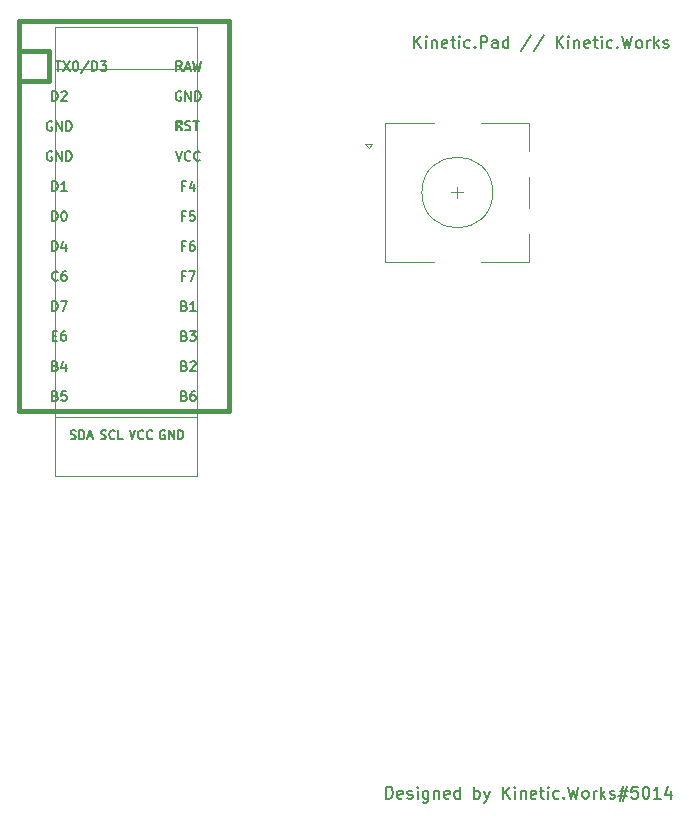
<source format=gbr>
%TF.GenerationSoftware,KiCad,Pcbnew,(5.1.12)-1*%
%TF.CreationDate,2021-11-30T17:32:03-06:00*%
%TF.ProjectId,Kinetic.Pad,4b696e65-7469-4632-9e50-61642e6b6963,rev?*%
%TF.SameCoordinates,Original*%
%TF.FileFunction,Legend,Top*%
%TF.FilePolarity,Positive*%
%FSLAX46Y46*%
G04 Gerber Fmt 4.6, Leading zero omitted, Abs format (unit mm)*
G04 Created by KiCad (PCBNEW (5.1.12)-1) date 2021-11-30 17:32:03*
%MOMM*%
%LPD*%
G01*
G04 APERTURE LIST*
%ADD10C,0.150000*%
%ADD11C,0.381000*%
%ADD12C,0.120000*%
%ADD13C,0.040000*%
G04 APERTURE END LIST*
D10*
X240658571Y-84462880D02*
X240658571Y-83462880D01*
X240896666Y-83462880D01*
X241039523Y-83510500D01*
X241134761Y-83605738D01*
X241182380Y-83700976D01*
X241230000Y-83891452D01*
X241230000Y-84034309D01*
X241182380Y-84224785D01*
X241134761Y-84320023D01*
X241039523Y-84415261D01*
X240896666Y-84462880D01*
X240658571Y-84462880D01*
X242039523Y-84415261D02*
X241944285Y-84462880D01*
X241753809Y-84462880D01*
X241658571Y-84415261D01*
X241610952Y-84320023D01*
X241610952Y-83939071D01*
X241658571Y-83843833D01*
X241753809Y-83796214D01*
X241944285Y-83796214D01*
X242039523Y-83843833D01*
X242087142Y-83939071D01*
X242087142Y-84034309D01*
X241610952Y-84129547D01*
X242468095Y-84415261D02*
X242563333Y-84462880D01*
X242753809Y-84462880D01*
X242849047Y-84415261D01*
X242896666Y-84320023D01*
X242896666Y-84272404D01*
X242849047Y-84177166D01*
X242753809Y-84129547D01*
X242610952Y-84129547D01*
X242515714Y-84081928D01*
X242468095Y-83986690D01*
X242468095Y-83939071D01*
X242515714Y-83843833D01*
X242610952Y-83796214D01*
X242753809Y-83796214D01*
X242849047Y-83843833D01*
X243325238Y-84462880D02*
X243325238Y-83796214D01*
X243325238Y-83462880D02*
X243277619Y-83510500D01*
X243325238Y-83558119D01*
X243372857Y-83510500D01*
X243325238Y-83462880D01*
X243325238Y-83558119D01*
X244230000Y-83796214D02*
X244230000Y-84605738D01*
X244182380Y-84700976D01*
X244134761Y-84748595D01*
X244039523Y-84796214D01*
X243896666Y-84796214D01*
X243801428Y-84748595D01*
X244230000Y-84415261D02*
X244134761Y-84462880D01*
X243944285Y-84462880D01*
X243849047Y-84415261D01*
X243801428Y-84367642D01*
X243753809Y-84272404D01*
X243753809Y-83986690D01*
X243801428Y-83891452D01*
X243849047Y-83843833D01*
X243944285Y-83796214D01*
X244134761Y-83796214D01*
X244230000Y-83843833D01*
X244706190Y-83796214D02*
X244706190Y-84462880D01*
X244706190Y-83891452D02*
X244753809Y-83843833D01*
X244849047Y-83796214D01*
X244991904Y-83796214D01*
X245087142Y-83843833D01*
X245134761Y-83939071D01*
X245134761Y-84462880D01*
X245991904Y-84415261D02*
X245896666Y-84462880D01*
X245706190Y-84462880D01*
X245610952Y-84415261D01*
X245563333Y-84320023D01*
X245563333Y-83939071D01*
X245610952Y-83843833D01*
X245706190Y-83796214D01*
X245896666Y-83796214D01*
X245991904Y-83843833D01*
X246039523Y-83939071D01*
X246039523Y-84034309D01*
X245563333Y-84129547D01*
X246896666Y-84462880D02*
X246896666Y-83462880D01*
X246896666Y-84415261D02*
X246801428Y-84462880D01*
X246610952Y-84462880D01*
X246515714Y-84415261D01*
X246468095Y-84367642D01*
X246420476Y-84272404D01*
X246420476Y-83986690D01*
X246468095Y-83891452D01*
X246515714Y-83843833D01*
X246610952Y-83796214D01*
X246801428Y-83796214D01*
X246896666Y-83843833D01*
X248134761Y-84462880D02*
X248134761Y-83462880D01*
X248134761Y-83843833D02*
X248230000Y-83796214D01*
X248420476Y-83796214D01*
X248515714Y-83843833D01*
X248563333Y-83891452D01*
X248610952Y-83986690D01*
X248610952Y-84272404D01*
X248563333Y-84367642D01*
X248515714Y-84415261D01*
X248420476Y-84462880D01*
X248230000Y-84462880D01*
X248134761Y-84415261D01*
X248944285Y-83796214D02*
X249182380Y-84462880D01*
X249420476Y-83796214D02*
X249182380Y-84462880D01*
X249087142Y-84700976D01*
X249039523Y-84748595D01*
X248944285Y-84796214D01*
X250563333Y-84462880D02*
X250563333Y-83462880D01*
X251134761Y-84462880D02*
X250706190Y-83891452D01*
X251134761Y-83462880D02*
X250563333Y-84034309D01*
X251563333Y-84462880D02*
X251563333Y-83796214D01*
X251563333Y-83462880D02*
X251515714Y-83510500D01*
X251563333Y-83558119D01*
X251610952Y-83510500D01*
X251563333Y-83462880D01*
X251563333Y-83558119D01*
X252039523Y-83796214D02*
X252039523Y-84462880D01*
X252039523Y-83891452D02*
X252087142Y-83843833D01*
X252182380Y-83796214D01*
X252325238Y-83796214D01*
X252420476Y-83843833D01*
X252468095Y-83939071D01*
X252468095Y-84462880D01*
X253325238Y-84415261D02*
X253230000Y-84462880D01*
X253039523Y-84462880D01*
X252944285Y-84415261D01*
X252896666Y-84320023D01*
X252896666Y-83939071D01*
X252944285Y-83843833D01*
X253039523Y-83796214D01*
X253230000Y-83796214D01*
X253325238Y-83843833D01*
X253372857Y-83939071D01*
X253372857Y-84034309D01*
X252896666Y-84129547D01*
X253658571Y-83796214D02*
X254039523Y-83796214D01*
X253801428Y-83462880D02*
X253801428Y-84320023D01*
X253849047Y-84415261D01*
X253944285Y-84462880D01*
X254039523Y-84462880D01*
X254372857Y-84462880D02*
X254372857Y-83796214D01*
X254372857Y-83462880D02*
X254325238Y-83510500D01*
X254372857Y-83558119D01*
X254420476Y-83510500D01*
X254372857Y-83462880D01*
X254372857Y-83558119D01*
X255277619Y-84415261D02*
X255182380Y-84462880D01*
X254991904Y-84462880D01*
X254896666Y-84415261D01*
X254849047Y-84367642D01*
X254801428Y-84272404D01*
X254801428Y-83986690D01*
X254849047Y-83891452D01*
X254896666Y-83843833D01*
X254991904Y-83796214D01*
X255182380Y-83796214D01*
X255277619Y-83843833D01*
X255706190Y-84367642D02*
X255753809Y-84415261D01*
X255706190Y-84462880D01*
X255658571Y-84415261D01*
X255706190Y-84367642D01*
X255706190Y-84462880D01*
X256087142Y-83462880D02*
X256325238Y-84462880D01*
X256515714Y-83748595D01*
X256706190Y-84462880D01*
X256944285Y-83462880D01*
X257468095Y-84462880D02*
X257372857Y-84415261D01*
X257325238Y-84367642D01*
X257277619Y-84272404D01*
X257277619Y-83986690D01*
X257325238Y-83891452D01*
X257372857Y-83843833D01*
X257468095Y-83796214D01*
X257610952Y-83796214D01*
X257706190Y-83843833D01*
X257753809Y-83891452D01*
X257801428Y-83986690D01*
X257801428Y-84272404D01*
X257753809Y-84367642D01*
X257706190Y-84415261D01*
X257610952Y-84462880D01*
X257468095Y-84462880D01*
X258230000Y-84462880D02*
X258230000Y-83796214D01*
X258230000Y-83986690D02*
X258277619Y-83891452D01*
X258325238Y-83843833D01*
X258420476Y-83796214D01*
X258515714Y-83796214D01*
X258849047Y-84462880D02*
X258849047Y-83462880D01*
X258944285Y-84081928D02*
X259230000Y-84462880D01*
X259230000Y-83796214D02*
X258849047Y-84177166D01*
X259610952Y-84415261D02*
X259706190Y-84462880D01*
X259896666Y-84462880D01*
X259991904Y-84415261D01*
X260039523Y-84320023D01*
X260039523Y-84272404D01*
X259991904Y-84177166D01*
X259896666Y-84129547D01*
X259753809Y-84129547D01*
X259658571Y-84081928D01*
X259610952Y-83986690D01*
X259610952Y-83939071D01*
X259658571Y-83843833D01*
X259753809Y-83796214D01*
X259896666Y-83796214D01*
X259991904Y-83843833D01*
X260420476Y-83796214D02*
X261134761Y-83796214D01*
X260706190Y-83367642D02*
X260420476Y-84653357D01*
X261039523Y-84224785D02*
X260325238Y-84224785D01*
X260753809Y-84653357D02*
X261039523Y-83367642D01*
X261944285Y-83462880D02*
X261468095Y-83462880D01*
X261420476Y-83939071D01*
X261468095Y-83891452D01*
X261563333Y-83843833D01*
X261801428Y-83843833D01*
X261896666Y-83891452D01*
X261944285Y-83939071D01*
X261991904Y-84034309D01*
X261991904Y-84272404D01*
X261944285Y-84367642D01*
X261896666Y-84415261D01*
X261801428Y-84462880D01*
X261563333Y-84462880D01*
X261468095Y-84415261D01*
X261420476Y-84367642D01*
X262610952Y-83462880D02*
X262706190Y-83462880D01*
X262801428Y-83510500D01*
X262849047Y-83558119D01*
X262896666Y-83653357D01*
X262944285Y-83843833D01*
X262944285Y-84081928D01*
X262896666Y-84272404D01*
X262849047Y-84367642D01*
X262801428Y-84415261D01*
X262706190Y-84462880D01*
X262610952Y-84462880D01*
X262515714Y-84415261D01*
X262468095Y-84367642D01*
X262420476Y-84272404D01*
X262372857Y-84081928D01*
X262372857Y-83843833D01*
X262420476Y-83653357D01*
X262468095Y-83558119D01*
X262515714Y-83510500D01*
X262610952Y-83462880D01*
X263896666Y-84462880D02*
X263325238Y-84462880D01*
X263610952Y-84462880D02*
X263610952Y-83462880D01*
X263515714Y-83605738D01*
X263420476Y-83700976D01*
X263325238Y-83748595D01*
X264753809Y-83796214D02*
X264753809Y-84462880D01*
X264515714Y-83415261D02*
X264277619Y-84129547D01*
X264896666Y-84129547D01*
X243046714Y-20899880D02*
X243046714Y-19899880D01*
X243618142Y-20899880D02*
X243189571Y-20328452D01*
X243618142Y-19899880D02*
X243046714Y-20471309D01*
X244046714Y-20899880D02*
X244046714Y-20233214D01*
X244046714Y-19899880D02*
X243999095Y-19947500D01*
X244046714Y-19995119D01*
X244094333Y-19947500D01*
X244046714Y-19899880D01*
X244046714Y-19995119D01*
X244522904Y-20233214D02*
X244522904Y-20899880D01*
X244522904Y-20328452D02*
X244570523Y-20280833D01*
X244665761Y-20233214D01*
X244808619Y-20233214D01*
X244903857Y-20280833D01*
X244951476Y-20376071D01*
X244951476Y-20899880D01*
X245808619Y-20852261D02*
X245713380Y-20899880D01*
X245522904Y-20899880D01*
X245427666Y-20852261D01*
X245380047Y-20757023D01*
X245380047Y-20376071D01*
X245427666Y-20280833D01*
X245522904Y-20233214D01*
X245713380Y-20233214D01*
X245808619Y-20280833D01*
X245856238Y-20376071D01*
X245856238Y-20471309D01*
X245380047Y-20566547D01*
X246141952Y-20233214D02*
X246522904Y-20233214D01*
X246284809Y-19899880D02*
X246284809Y-20757023D01*
X246332428Y-20852261D01*
X246427666Y-20899880D01*
X246522904Y-20899880D01*
X246856238Y-20899880D02*
X246856238Y-20233214D01*
X246856238Y-19899880D02*
X246808619Y-19947500D01*
X246856238Y-19995119D01*
X246903857Y-19947500D01*
X246856238Y-19899880D01*
X246856238Y-19995119D01*
X247761000Y-20852261D02*
X247665761Y-20899880D01*
X247475285Y-20899880D01*
X247380047Y-20852261D01*
X247332428Y-20804642D01*
X247284809Y-20709404D01*
X247284809Y-20423690D01*
X247332428Y-20328452D01*
X247380047Y-20280833D01*
X247475285Y-20233214D01*
X247665761Y-20233214D01*
X247761000Y-20280833D01*
X248189571Y-20804642D02*
X248237190Y-20852261D01*
X248189571Y-20899880D01*
X248141952Y-20852261D01*
X248189571Y-20804642D01*
X248189571Y-20899880D01*
X248665761Y-20899880D02*
X248665761Y-19899880D01*
X249046714Y-19899880D01*
X249141952Y-19947500D01*
X249189571Y-19995119D01*
X249237190Y-20090357D01*
X249237190Y-20233214D01*
X249189571Y-20328452D01*
X249141952Y-20376071D01*
X249046714Y-20423690D01*
X248665761Y-20423690D01*
X250094333Y-20899880D02*
X250094333Y-20376071D01*
X250046714Y-20280833D01*
X249951476Y-20233214D01*
X249761000Y-20233214D01*
X249665761Y-20280833D01*
X250094333Y-20852261D02*
X249999095Y-20899880D01*
X249761000Y-20899880D01*
X249665761Y-20852261D01*
X249618142Y-20757023D01*
X249618142Y-20661785D01*
X249665761Y-20566547D01*
X249761000Y-20518928D01*
X249999095Y-20518928D01*
X250094333Y-20471309D01*
X250999095Y-20899880D02*
X250999095Y-19899880D01*
X250999095Y-20852261D02*
X250903857Y-20899880D01*
X250713380Y-20899880D01*
X250618142Y-20852261D01*
X250570523Y-20804642D01*
X250522904Y-20709404D01*
X250522904Y-20423690D01*
X250570523Y-20328452D01*
X250618142Y-20280833D01*
X250713380Y-20233214D01*
X250903857Y-20233214D01*
X250999095Y-20280833D01*
X252951476Y-19852261D02*
X252094333Y-21137976D01*
X253999095Y-19852261D02*
X253141952Y-21137976D01*
X255094333Y-20899880D02*
X255094333Y-19899880D01*
X255665761Y-20899880D02*
X255237190Y-20328452D01*
X255665761Y-19899880D02*
X255094333Y-20471309D01*
X256094333Y-20899880D02*
X256094333Y-20233214D01*
X256094333Y-19899880D02*
X256046714Y-19947500D01*
X256094333Y-19995119D01*
X256141952Y-19947500D01*
X256094333Y-19899880D01*
X256094333Y-19995119D01*
X256570523Y-20233214D02*
X256570523Y-20899880D01*
X256570523Y-20328452D02*
X256618142Y-20280833D01*
X256713380Y-20233214D01*
X256856238Y-20233214D01*
X256951476Y-20280833D01*
X256999095Y-20376071D01*
X256999095Y-20899880D01*
X257856238Y-20852261D02*
X257761000Y-20899880D01*
X257570523Y-20899880D01*
X257475285Y-20852261D01*
X257427666Y-20757023D01*
X257427666Y-20376071D01*
X257475285Y-20280833D01*
X257570523Y-20233214D01*
X257761000Y-20233214D01*
X257856238Y-20280833D01*
X257903857Y-20376071D01*
X257903857Y-20471309D01*
X257427666Y-20566547D01*
X258189571Y-20233214D02*
X258570523Y-20233214D01*
X258332428Y-19899880D02*
X258332428Y-20757023D01*
X258380047Y-20852261D01*
X258475285Y-20899880D01*
X258570523Y-20899880D01*
X258903857Y-20899880D02*
X258903857Y-20233214D01*
X258903857Y-19899880D02*
X258856238Y-19947500D01*
X258903857Y-19995119D01*
X258951476Y-19947500D01*
X258903857Y-19899880D01*
X258903857Y-19995119D01*
X259808619Y-20852261D02*
X259713380Y-20899880D01*
X259522904Y-20899880D01*
X259427666Y-20852261D01*
X259380047Y-20804642D01*
X259332428Y-20709404D01*
X259332428Y-20423690D01*
X259380047Y-20328452D01*
X259427666Y-20280833D01*
X259522904Y-20233214D01*
X259713380Y-20233214D01*
X259808619Y-20280833D01*
X260237190Y-20804642D02*
X260284809Y-20852261D01*
X260237190Y-20899880D01*
X260189571Y-20852261D01*
X260237190Y-20804642D01*
X260237190Y-20899880D01*
X260618142Y-19899880D02*
X260856238Y-20899880D01*
X261046714Y-20185595D01*
X261237190Y-20899880D01*
X261475285Y-19899880D01*
X261999095Y-20899880D02*
X261903857Y-20852261D01*
X261856238Y-20804642D01*
X261808619Y-20709404D01*
X261808619Y-20423690D01*
X261856238Y-20328452D01*
X261903857Y-20280833D01*
X261999095Y-20233214D01*
X262141952Y-20233214D01*
X262237190Y-20280833D01*
X262284809Y-20328452D01*
X262332428Y-20423690D01*
X262332428Y-20709404D01*
X262284809Y-20804642D01*
X262237190Y-20852261D01*
X262141952Y-20899880D01*
X261999095Y-20899880D01*
X262761000Y-20899880D02*
X262761000Y-20233214D01*
X262761000Y-20423690D02*
X262808619Y-20328452D01*
X262856238Y-20280833D01*
X262951476Y-20233214D01*
X263046714Y-20233214D01*
X263380047Y-20899880D02*
X263380047Y-19899880D01*
X263475285Y-20518928D02*
X263761000Y-20899880D01*
X263761000Y-20233214D02*
X263380047Y-20614166D01*
X264141952Y-20852261D02*
X264237190Y-20899880D01*
X264427666Y-20899880D01*
X264522904Y-20852261D01*
X264570523Y-20757023D01*
X264570523Y-20709404D01*
X264522904Y-20614166D01*
X264427666Y-20566547D01*
X264284809Y-20566547D01*
X264189571Y-20518928D01*
X264141952Y-20423690D01*
X264141952Y-20376071D01*
X264189571Y-20280833D01*
X264284809Y-20233214D01*
X264427666Y-20233214D01*
X264522904Y-20280833D01*
D11*
%TO.C,U1*%
X209550000Y-21209000D02*
X209550000Y-51689000D01*
X209550000Y-51689000D02*
X227330000Y-51689000D01*
X227330000Y-51689000D02*
X227330000Y-21209000D01*
X212090000Y-21209000D02*
X212090000Y-23749000D01*
X212090000Y-23749000D02*
X209550000Y-23749000D01*
D10*
G36*
X223371568Y-27088360D02*
G01*
X223371568Y-27388360D01*
X223271568Y-27388360D01*
X223271568Y-27088360D01*
X223371568Y-27088360D01*
G37*
X223371568Y-27088360D02*
X223371568Y-27388360D01*
X223271568Y-27388360D01*
X223271568Y-27088360D01*
X223371568Y-27088360D01*
G36*
X223171568Y-27488360D02*
G01*
X223171568Y-27588360D01*
X223071568Y-27588360D01*
X223071568Y-27488360D01*
X223171568Y-27488360D01*
G37*
X223171568Y-27488360D02*
X223171568Y-27588360D01*
X223071568Y-27588360D01*
X223071568Y-27488360D01*
X223171568Y-27488360D01*
G36*
X223371568Y-27088360D02*
G01*
X223371568Y-27188360D01*
X222871568Y-27188360D01*
X222871568Y-27088360D01*
X223371568Y-27088360D01*
G37*
X223371568Y-27088360D02*
X223371568Y-27188360D01*
X222871568Y-27188360D01*
X222871568Y-27088360D01*
X223371568Y-27088360D01*
G36*
X222971568Y-27088360D02*
G01*
X222971568Y-27888360D01*
X222871568Y-27888360D01*
X222871568Y-27088360D01*
X222971568Y-27088360D01*
G37*
X222971568Y-27088360D02*
X222971568Y-27888360D01*
X222871568Y-27888360D01*
X222871568Y-27088360D01*
X222971568Y-27088360D01*
G36*
X223371568Y-27688360D02*
G01*
X223371568Y-27888360D01*
X223271568Y-27888360D01*
X223271568Y-27688360D01*
X223371568Y-27688360D01*
G37*
X223371568Y-27688360D02*
X223371568Y-27888360D01*
X223271568Y-27888360D01*
X223271568Y-27688360D01*
X223371568Y-27688360D01*
D11*
X227330000Y-21209000D02*
X227330000Y-18669000D01*
X227330000Y-18669000D02*
X209550000Y-18669000D01*
X209550000Y-18669000D02*
X209550000Y-21209000D01*
X212090000Y-21209000D02*
X209550000Y-21209000D01*
D12*
%TO.C,SW1*%
X249684800Y-33147000D02*
G75*
G03*
X249684800Y-33147000I-3000000J0D01*
G01*
X248684800Y-27247000D02*
X252784800Y-27247000D01*
X252784800Y-39047000D02*
X248684800Y-39047000D01*
X244684800Y-39047000D02*
X240584800Y-39047000D01*
X244684800Y-27247000D02*
X240584800Y-27247000D01*
X240584800Y-27247000D02*
X240584800Y-39047000D01*
X239184800Y-29347000D02*
X238884800Y-29047000D01*
X238884800Y-29047000D02*
X239484800Y-29047000D01*
X239484800Y-29047000D02*
X239184800Y-29347000D01*
X252784800Y-27247000D02*
X252784800Y-29647000D01*
X252784800Y-31847000D02*
X252784800Y-34447000D01*
X252784800Y-36647000D02*
X252784800Y-39047000D01*
X246684800Y-32647000D02*
X246684800Y-33647000D01*
X246184800Y-33147000D02*
X247184800Y-33147000D01*
D13*
%TO.C,*%
X224663000Y-22677000D02*
X212663000Y-22677000D01*
X224663000Y-52177000D02*
X212663000Y-52177000D01*
X224663000Y-57177000D02*
X224663000Y-19177000D01*
X224663000Y-19177000D02*
X212663000Y-19177000D01*
X212663000Y-19177000D02*
X212663000Y-57177000D01*
X212663000Y-57177000D02*
X224663000Y-57177000D01*
D10*
%TO.C,U1*%
X212677651Y-22040904D02*
X213134794Y-22040904D01*
X212906223Y-22840904D02*
X212906223Y-22040904D01*
X213325270Y-22040904D02*
X213858604Y-22840904D01*
X213858604Y-22040904D02*
X213325270Y-22840904D01*
X214315747Y-22040904D02*
X214391937Y-22040904D01*
X214468128Y-22079000D01*
X214506223Y-22117095D01*
X214544318Y-22193285D01*
X214582413Y-22345666D01*
X214582413Y-22536142D01*
X214544318Y-22688523D01*
X214506223Y-22764714D01*
X214468128Y-22802809D01*
X214391937Y-22840904D01*
X214315747Y-22840904D01*
X214239556Y-22802809D01*
X214201461Y-22764714D01*
X214163366Y-22688523D01*
X214125270Y-22536142D01*
X214125270Y-22345666D01*
X214163366Y-22193285D01*
X214201461Y-22117095D01*
X214239556Y-22079000D01*
X214315747Y-22040904D01*
X215496699Y-22002809D02*
X214810985Y-23031380D01*
X215763366Y-22840904D02*
X215763366Y-22040904D01*
X215953842Y-22040904D01*
X216068128Y-22079000D01*
X216144318Y-22155190D01*
X216182413Y-22231380D01*
X216220508Y-22383761D01*
X216220508Y-22498047D01*
X216182413Y-22650428D01*
X216144318Y-22726619D01*
X216068128Y-22802809D01*
X215953842Y-22840904D01*
X215763366Y-22840904D01*
X216487175Y-22040904D02*
X216982413Y-22040904D01*
X216715747Y-22345666D01*
X216830032Y-22345666D01*
X216906223Y-22383761D01*
X216944318Y-22421857D01*
X216982413Y-22498047D01*
X216982413Y-22688523D01*
X216944318Y-22764714D01*
X216906223Y-22802809D01*
X216830032Y-22840904D01*
X216601461Y-22840904D01*
X216525270Y-22802809D01*
X216487175Y-22764714D01*
X212388523Y-25380904D02*
X212388523Y-24580904D01*
X212579000Y-24580904D01*
X212693285Y-24619000D01*
X212769476Y-24695190D01*
X212807571Y-24771380D01*
X212845666Y-24923761D01*
X212845666Y-25038047D01*
X212807571Y-25190428D01*
X212769476Y-25266619D01*
X212693285Y-25342809D01*
X212579000Y-25380904D01*
X212388523Y-25380904D01*
X213150428Y-24657095D02*
X213188523Y-24619000D01*
X213264714Y-24580904D01*
X213455190Y-24580904D01*
X213531380Y-24619000D01*
X213569476Y-24657095D01*
X213607571Y-24733285D01*
X213607571Y-24809476D01*
X213569476Y-24923761D01*
X213112333Y-25380904D01*
X213607571Y-25380904D01*
X212388523Y-35540904D02*
X212388523Y-34740904D01*
X212579000Y-34740904D01*
X212693285Y-34779000D01*
X212769476Y-34855190D01*
X212807571Y-34931380D01*
X212845666Y-35083761D01*
X212845666Y-35198047D01*
X212807571Y-35350428D01*
X212769476Y-35426619D01*
X212693285Y-35502809D01*
X212579000Y-35540904D01*
X212388523Y-35540904D01*
X213340904Y-34740904D02*
X213417095Y-34740904D01*
X213493285Y-34779000D01*
X213531380Y-34817095D01*
X213569476Y-34893285D01*
X213607571Y-35045666D01*
X213607571Y-35236142D01*
X213569476Y-35388523D01*
X213531380Y-35464714D01*
X213493285Y-35502809D01*
X213417095Y-35540904D01*
X213340904Y-35540904D01*
X213264714Y-35502809D01*
X213226619Y-35464714D01*
X213188523Y-35388523D01*
X213150428Y-35236142D01*
X213150428Y-35045666D01*
X213188523Y-34893285D01*
X213226619Y-34817095D01*
X213264714Y-34779000D01*
X213340904Y-34740904D01*
X212388523Y-33000904D02*
X212388523Y-32200904D01*
X212579000Y-32200904D01*
X212693285Y-32239000D01*
X212769476Y-32315190D01*
X212807571Y-32391380D01*
X212845666Y-32543761D01*
X212845666Y-32658047D01*
X212807571Y-32810428D01*
X212769476Y-32886619D01*
X212693285Y-32962809D01*
X212579000Y-33000904D01*
X212388523Y-33000904D01*
X213607571Y-33000904D02*
X213150428Y-33000904D01*
X213379000Y-33000904D02*
X213379000Y-32200904D01*
X213302809Y-32315190D01*
X213226619Y-32391380D01*
X213150428Y-32429476D01*
X212369476Y-29699000D02*
X212293285Y-29660904D01*
X212179000Y-29660904D01*
X212064714Y-29699000D01*
X211988523Y-29775190D01*
X211950428Y-29851380D01*
X211912333Y-30003761D01*
X211912333Y-30118047D01*
X211950428Y-30270428D01*
X211988523Y-30346619D01*
X212064714Y-30422809D01*
X212179000Y-30460904D01*
X212255190Y-30460904D01*
X212369476Y-30422809D01*
X212407571Y-30384714D01*
X212407571Y-30118047D01*
X212255190Y-30118047D01*
X212750428Y-30460904D02*
X212750428Y-29660904D01*
X213207571Y-30460904D01*
X213207571Y-29660904D01*
X213588523Y-30460904D02*
X213588523Y-29660904D01*
X213779000Y-29660904D01*
X213893285Y-29699000D01*
X213969476Y-29775190D01*
X214007571Y-29851380D01*
X214045666Y-30003761D01*
X214045666Y-30118047D01*
X214007571Y-30270428D01*
X213969476Y-30346619D01*
X213893285Y-30422809D01*
X213779000Y-30460904D01*
X213588523Y-30460904D01*
X212369476Y-27159000D02*
X212293285Y-27120904D01*
X212179000Y-27120904D01*
X212064714Y-27159000D01*
X211988523Y-27235190D01*
X211950428Y-27311380D01*
X211912333Y-27463761D01*
X211912333Y-27578047D01*
X211950428Y-27730428D01*
X211988523Y-27806619D01*
X212064714Y-27882809D01*
X212179000Y-27920904D01*
X212255190Y-27920904D01*
X212369476Y-27882809D01*
X212407571Y-27844714D01*
X212407571Y-27578047D01*
X212255190Y-27578047D01*
X212750428Y-27920904D02*
X212750428Y-27120904D01*
X213207571Y-27920904D01*
X213207571Y-27120904D01*
X213588523Y-27920904D02*
X213588523Y-27120904D01*
X213779000Y-27120904D01*
X213893285Y-27159000D01*
X213969476Y-27235190D01*
X214007571Y-27311380D01*
X214045666Y-27463761D01*
X214045666Y-27578047D01*
X214007571Y-27730428D01*
X213969476Y-27806619D01*
X213893285Y-27882809D01*
X213779000Y-27920904D01*
X213588523Y-27920904D01*
X212388523Y-38080904D02*
X212388523Y-37280904D01*
X212579000Y-37280904D01*
X212693285Y-37319000D01*
X212769476Y-37395190D01*
X212807571Y-37471380D01*
X212845666Y-37623761D01*
X212845666Y-37738047D01*
X212807571Y-37890428D01*
X212769476Y-37966619D01*
X212693285Y-38042809D01*
X212579000Y-38080904D01*
X212388523Y-38080904D01*
X213531380Y-37547571D02*
X213531380Y-38080904D01*
X213340904Y-37242809D02*
X213150428Y-37814238D01*
X213645666Y-37814238D01*
X212845666Y-40544714D02*
X212807571Y-40582809D01*
X212693285Y-40620904D01*
X212617095Y-40620904D01*
X212502809Y-40582809D01*
X212426619Y-40506619D01*
X212388523Y-40430428D01*
X212350428Y-40278047D01*
X212350428Y-40163761D01*
X212388523Y-40011380D01*
X212426619Y-39935190D01*
X212502809Y-39859000D01*
X212617095Y-39820904D01*
X212693285Y-39820904D01*
X212807571Y-39859000D01*
X212845666Y-39897095D01*
X213531380Y-39820904D02*
X213379000Y-39820904D01*
X213302809Y-39859000D01*
X213264714Y-39897095D01*
X213188523Y-40011380D01*
X213150428Y-40163761D01*
X213150428Y-40468523D01*
X213188523Y-40544714D01*
X213226619Y-40582809D01*
X213302809Y-40620904D01*
X213455190Y-40620904D01*
X213531380Y-40582809D01*
X213569476Y-40544714D01*
X213607571Y-40468523D01*
X213607571Y-40278047D01*
X213569476Y-40201857D01*
X213531380Y-40163761D01*
X213455190Y-40125666D01*
X213302809Y-40125666D01*
X213226619Y-40163761D01*
X213188523Y-40201857D01*
X213150428Y-40278047D01*
X212388523Y-43160904D02*
X212388523Y-42360904D01*
X212579000Y-42360904D01*
X212693285Y-42399000D01*
X212769476Y-42475190D01*
X212807571Y-42551380D01*
X212845666Y-42703761D01*
X212845666Y-42818047D01*
X212807571Y-42970428D01*
X212769476Y-43046619D01*
X212693285Y-43122809D01*
X212579000Y-43160904D01*
X212388523Y-43160904D01*
X213112333Y-42360904D02*
X213645666Y-42360904D01*
X213302809Y-43160904D01*
X212426619Y-45281857D02*
X212693285Y-45281857D01*
X212807571Y-45700904D02*
X212426619Y-45700904D01*
X212426619Y-44900904D01*
X212807571Y-44900904D01*
X213493285Y-44900904D02*
X213340904Y-44900904D01*
X213264714Y-44939000D01*
X213226619Y-44977095D01*
X213150428Y-45091380D01*
X213112333Y-45243761D01*
X213112333Y-45548523D01*
X213150428Y-45624714D01*
X213188523Y-45662809D01*
X213264714Y-45700904D01*
X213417095Y-45700904D01*
X213493285Y-45662809D01*
X213531380Y-45624714D01*
X213569476Y-45548523D01*
X213569476Y-45358047D01*
X213531380Y-45281857D01*
X213493285Y-45243761D01*
X213417095Y-45205666D01*
X213264714Y-45205666D01*
X213188523Y-45243761D01*
X213150428Y-45281857D01*
X213112333Y-45358047D01*
X212655190Y-47821857D02*
X212769476Y-47859952D01*
X212807571Y-47898047D01*
X212845666Y-47974238D01*
X212845666Y-48088523D01*
X212807571Y-48164714D01*
X212769476Y-48202809D01*
X212693285Y-48240904D01*
X212388523Y-48240904D01*
X212388523Y-47440904D01*
X212655190Y-47440904D01*
X212731380Y-47479000D01*
X212769476Y-47517095D01*
X212807571Y-47593285D01*
X212807571Y-47669476D01*
X212769476Y-47745666D01*
X212731380Y-47783761D01*
X212655190Y-47821857D01*
X212388523Y-47821857D01*
X213531380Y-47707571D02*
X213531380Y-48240904D01*
X213340904Y-47402809D02*
X213150428Y-47974238D01*
X213645666Y-47974238D01*
X212655190Y-50361857D02*
X212769476Y-50399952D01*
X212807571Y-50438047D01*
X212845666Y-50514238D01*
X212845666Y-50628523D01*
X212807571Y-50704714D01*
X212769476Y-50742809D01*
X212693285Y-50780904D01*
X212388523Y-50780904D01*
X212388523Y-49980904D01*
X212655190Y-49980904D01*
X212731380Y-50019000D01*
X212769476Y-50057095D01*
X212807571Y-50133285D01*
X212807571Y-50209476D01*
X212769476Y-50285666D01*
X212731380Y-50323761D01*
X212655190Y-50361857D01*
X212388523Y-50361857D01*
X213569476Y-49980904D02*
X213188523Y-49980904D01*
X213150428Y-50361857D01*
X213188523Y-50323761D01*
X213264714Y-50285666D01*
X213455190Y-50285666D01*
X213531380Y-50323761D01*
X213569476Y-50361857D01*
X213607571Y-50438047D01*
X213607571Y-50628523D01*
X213569476Y-50704714D01*
X213531380Y-50742809D01*
X213455190Y-50780904D01*
X213264714Y-50780904D01*
X213188523Y-50742809D01*
X213150428Y-50704714D01*
X223577190Y-50361857D02*
X223691476Y-50399952D01*
X223729571Y-50438047D01*
X223767666Y-50514238D01*
X223767666Y-50628523D01*
X223729571Y-50704714D01*
X223691476Y-50742809D01*
X223615285Y-50780904D01*
X223310523Y-50780904D01*
X223310523Y-49980904D01*
X223577190Y-49980904D01*
X223653380Y-50019000D01*
X223691476Y-50057095D01*
X223729571Y-50133285D01*
X223729571Y-50209476D01*
X223691476Y-50285666D01*
X223653380Y-50323761D01*
X223577190Y-50361857D01*
X223310523Y-50361857D01*
X224453380Y-49980904D02*
X224301000Y-49980904D01*
X224224809Y-50019000D01*
X224186714Y-50057095D01*
X224110523Y-50171380D01*
X224072428Y-50323761D01*
X224072428Y-50628523D01*
X224110523Y-50704714D01*
X224148619Y-50742809D01*
X224224809Y-50780904D01*
X224377190Y-50780904D01*
X224453380Y-50742809D01*
X224491476Y-50704714D01*
X224529571Y-50628523D01*
X224529571Y-50438047D01*
X224491476Y-50361857D01*
X224453380Y-50323761D01*
X224377190Y-50285666D01*
X224224809Y-50285666D01*
X224148619Y-50323761D01*
X224110523Y-50361857D01*
X224072428Y-50438047D01*
X223577190Y-45281857D02*
X223691476Y-45319952D01*
X223729571Y-45358047D01*
X223767666Y-45434238D01*
X223767666Y-45548523D01*
X223729571Y-45624714D01*
X223691476Y-45662809D01*
X223615285Y-45700904D01*
X223310523Y-45700904D01*
X223310523Y-44900904D01*
X223577190Y-44900904D01*
X223653380Y-44939000D01*
X223691476Y-44977095D01*
X223729571Y-45053285D01*
X223729571Y-45129476D01*
X223691476Y-45205666D01*
X223653380Y-45243761D01*
X223577190Y-45281857D01*
X223310523Y-45281857D01*
X224034333Y-44900904D02*
X224529571Y-44900904D01*
X224262904Y-45205666D01*
X224377190Y-45205666D01*
X224453380Y-45243761D01*
X224491476Y-45281857D01*
X224529571Y-45358047D01*
X224529571Y-45548523D01*
X224491476Y-45624714D01*
X224453380Y-45662809D01*
X224377190Y-45700904D01*
X224148619Y-45700904D01*
X224072428Y-45662809D01*
X224034333Y-45624714D01*
X223577190Y-42741857D02*
X223691476Y-42779952D01*
X223729571Y-42818047D01*
X223767666Y-42894238D01*
X223767666Y-43008523D01*
X223729571Y-43084714D01*
X223691476Y-43122809D01*
X223615285Y-43160904D01*
X223310523Y-43160904D01*
X223310523Y-42360904D01*
X223577190Y-42360904D01*
X223653380Y-42399000D01*
X223691476Y-42437095D01*
X223729571Y-42513285D01*
X223729571Y-42589476D01*
X223691476Y-42665666D01*
X223653380Y-42703761D01*
X223577190Y-42741857D01*
X223310523Y-42741857D01*
X224529571Y-43160904D02*
X224072428Y-43160904D01*
X224301000Y-43160904D02*
X224301000Y-42360904D01*
X224224809Y-42475190D01*
X224148619Y-42551380D01*
X224072428Y-42589476D01*
X223634333Y-32581857D02*
X223367666Y-32581857D01*
X223367666Y-33000904D02*
X223367666Y-32200904D01*
X223748619Y-32200904D01*
X224396238Y-32467571D02*
X224396238Y-33000904D01*
X224205761Y-32162809D02*
X224015285Y-32734238D01*
X224510523Y-32734238D01*
X222834333Y-29660904D02*
X223101000Y-30460904D01*
X223367666Y-29660904D01*
X224091476Y-30384714D02*
X224053380Y-30422809D01*
X223939095Y-30460904D01*
X223862904Y-30460904D01*
X223748619Y-30422809D01*
X223672428Y-30346619D01*
X223634333Y-30270428D01*
X223596238Y-30118047D01*
X223596238Y-30003761D01*
X223634333Y-29851380D01*
X223672428Y-29775190D01*
X223748619Y-29699000D01*
X223862904Y-29660904D01*
X223939095Y-29660904D01*
X224053380Y-29699000D01*
X224091476Y-29737095D01*
X224891476Y-30384714D02*
X224853380Y-30422809D01*
X224739095Y-30460904D01*
X224662904Y-30460904D01*
X224548619Y-30422809D01*
X224472428Y-30346619D01*
X224434333Y-30270428D01*
X224396238Y-30118047D01*
X224396238Y-30003761D01*
X224434333Y-29851380D01*
X224472428Y-29775190D01*
X224548619Y-29699000D01*
X224662904Y-29660904D01*
X224739095Y-29660904D01*
X224853380Y-29699000D01*
X224891476Y-29737095D01*
X223639786Y-27852809D02*
X223754072Y-27890904D01*
X223944548Y-27890904D01*
X224020739Y-27852809D01*
X224058834Y-27814714D01*
X224096929Y-27738523D01*
X224096929Y-27662333D01*
X224058834Y-27586142D01*
X224020739Y-27548047D01*
X223944548Y-27509952D01*
X223792167Y-27471857D01*
X223715977Y-27433761D01*
X223677881Y-27395666D01*
X223639786Y-27319476D01*
X223639786Y-27243285D01*
X223677881Y-27167095D01*
X223715977Y-27129000D01*
X223792167Y-27090904D01*
X223982643Y-27090904D01*
X224096929Y-27129000D01*
X224325500Y-27090904D02*
X224782643Y-27090904D01*
X224554072Y-27890904D02*
X224554072Y-27090904D01*
X223291476Y-24619000D02*
X223215285Y-24580904D01*
X223101000Y-24580904D01*
X222986714Y-24619000D01*
X222910523Y-24695190D01*
X222872428Y-24771380D01*
X222834333Y-24923761D01*
X222834333Y-25038047D01*
X222872428Y-25190428D01*
X222910523Y-25266619D01*
X222986714Y-25342809D01*
X223101000Y-25380904D01*
X223177190Y-25380904D01*
X223291476Y-25342809D01*
X223329571Y-25304714D01*
X223329571Y-25038047D01*
X223177190Y-25038047D01*
X223672428Y-25380904D02*
X223672428Y-24580904D01*
X224129571Y-25380904D01*
X224129571Y-24580904D01*
X224510523Y-25380904D02*
X224510523Y-24580904D01*
X224701000Y-24580904D01*
X224815285Y-24619000D01*
X224891476Y-24695190D01*
X224929571Y-24771380D01*
X224967666Y-24923761D01*
X224967666Y-25038047D01*
X224929571Y-25190428D01*
X224891476Y-25266619D01*
X224815285Y-25342809D01*
X224701000Y-25380904D01*
X224510523Y-25380904D01*
X223348619Y-22840904D02*
X223081952Y-22459952D01*
X222891476Y-22840904D02*
X222891476Y-22040904D01*
X223196238Y-22040904D01*
X223272428Y-22079000D01*
X223310523Y-22117095D01*
X223348619Y-22193285D01*
X223348619Y-22307571D01*
X223310523Y-22383761D01*
X223272428Y-22421857D01*
X223196238Y-22459952D01*
X222891476Y-22459952D01*
X223653380Y-22612333D02*
X224034333Y-22612333D01*
X223577190Y-22840904D02*
X223843857Y-22040904D01*
X224110523Y-22840904D01*
X224301000Y-22040904D02*
X224491476Y-22840904D01*
X224643857Y-22269476D01*
X224796238Y-22840904D01*
X224986714Y-22040904D01*
X223634333Y-35121857D02*
X223367666Y-35121857D01*
X223367666Y-35540904D02*
X223367666Y-34740904D01*
X223748619Y-34740904D01*
X224434333Y-34740904D02*
X224053380Y-34740904D01*
X224015285Y-35121857D01*
X224053380Y-35083761D01*
X224129571Y-35045666D01*
X224320047Y-35045666D01*
X224396238Y-35083761D01*
X224434333Y-35121857D01*
X224472428Y-35198047D01*
X224472428Y-35388523D01*
X224434333Y-35464714D01*
X224396238Y-35502809D01*
X224320047Y-35540904D01*
X224129571Y-35540904D01*
X224053380Y-35502809D01*
X224015285Y-35464714D01*
X223634333Y-37661857D02*
X223367666Y-37661857D01*
X223367666Y-38080904D02*
X223367666Y-37280904D01*
X223748619Y-37280904D01*
X224396238Y-37280904D02*
X224243857Y-37280904D01*
X224167666Y-37319000D01*
X224129571Y-37357095D01*
X224053380Y-37471380D01*
X224015285Y-37623761D01*
X224015285Y-37928523D01*
X224053380Y-38004714D01*
X224091476Y-38042809D01*
X224167666Y-38080904D01*
X224320047Y-38080904D01*
X224396238Y-38042809D01*
X224434333Y-38004714D01*
X224472428Y-37928523D01*
X224472428Y-37738047D01*
X224434333Y-37661857D01*
X224396238Y-37623761D01*
X224320047Y-37585666D01*
X224167666Y-37585666D01*
X224091476Y-37623761D01*
X224053380Y-37661857D01*
X224015285Y-37738047D01*
X223634333Y-40201857D02*
X223367666Y-40201857D01*
X223367666Y-40620904D02*
X223367666Y-39820904D01*
X223748619Y-39820904D01*
X223977190Y-39820904D02*
X224510523Y-39820904D01*
X224167666Y-40620904D01*
X223577190Y-47821857D02*
X223691476Y-47859952D01*
X223729571Y-47898047D01*
X223767666Y-47974238D01*
X223767666Y-48088523D01*
X223729571Y-48164714D01*
X223691476Y-48202809D01*
X223615285Y-48240904D01*
X223310523Y-48240904D01*
X223310523Y-47440904D01*
X223577190Y-47440904D01*
X223653380Y-47479000D01*
X223691476Y-47517095D01*
X223729571Y-47593285D01*
X223729571Y-47669476D01*
X223691476Y-47745666D01*
X223653380Y-47783761D01*
X223577190Y-47821857D01*
X223310523Y-47821857D01*
X224072428Y-47517095D02*
X224110523Y-47479000D01*
X224186714Y-47440904D01*
X224377190Y-47440904D01*
X224453380Y-47479000D01*
X224491476Y-47517095D01*
X224529571Y-47593285D01*
X224529571Y-47669476D01*
X224491476Y-47783761D01*
X224034333Y-48240904D01*
X224529571Y-48240904D01*
%TO.C,*%
X213942285Y-53980571D02*
X214049428Y-54016285D01*
X214228000Y-54016285D01*
X214299428Y-53980571D01*
X214335142Y-53944857D01*
X214370857Y-53873428D01*
X214370857Y-53802000D01*
X214335142Y-53730571D01*
X214299428Y-53694857D01*
X214228000Y-53659142D01*
X214085142Y-53623428D01*
X214013714Y-53587714D01*
X213978000Y-53552000D01*
X213942285Y-53480571D01*
X213942285Y-53409142D01*
X213978000Y-53337714D01*
X214013714Y-53302000D01*
X214085142Y-53266285D01*
X214263714Y-53266285D01*
X214370857Y-53302000D01*
X214692285Y-54016285D02*
X214692285Y-53266285D01*
X214870857Y-53266285D01*
X214978000Y-53302000D01*
X215049428Y-53373428D01*
X215085142Y-53444857D01*
X215120857Y-53587714D01*
X215120857Y-53694857D01*
X215085142Y-53837714D01*
X215049428Y-53909142D01*
X214978000Y-53980571D01*
X214870857Y-54016285D01*
X214692285Y-54016285D01*
X215406571Y-53802000D02*
X215763714Y-53802000D01*
X215335142Y-54016285D02*
X215585142Y-53266285D01*
X215835142Y-54016285D01*
X216500142Y-53980571D02*
X216607285Y-54016285D01*
X216785857Y-54016285D01*
X216857285Y-53980571D01*
X216893000Y-53944857D01*
X216928714Y-53873428D01*
X216928714Y-53802000D01*
X216893000Y-53730571D01*
X216857285Y-53694857D01*
X216785857Y-53659142D01*
X216643000Y-53623428D01*
X216571571Y-53587714D01*
X216535857Y-53552000D01*
X216500142Y-53480571D01*
X216500142Y-53409142D01*
X216535857Y-53337714D01*
X216571571Y-53302000D01*
X216643000Y-53266285D01*
X216821571Y-53266285D01*
X216928714Y-53302000D01*
X217678714Y-53944857D02*
X217643000Y-53980571D01*
X217535857Y-54016285D01*
X217464428Y-54016285D01*
X217357285Y-53980571D01*
X217285857Y-53909142D01*
X217250142Y-53837714D01*
X217214428Y-53694857D01*
X217214428Y-53587714D01*
X217250142Y-53444857D01*
X217285857Y-53373428D01*
X217357285Y-53302000D01*
X217464428Y-53266285D01*
X217535857Y-53266285D01*
X217643000Y-53302000D01*
X217678714Y-53337714D01*
X218357285Y-54016285D02*
X218000142Y-54016285D01*
X218000142Y-53266285D01*
X218933000Y-53266285D02*
X219183000Y-54016285D01*
X219433000Y-53266285D01*
X220111571Y-53944857D02*
X220075857Y-53980571D01*
X219968714Y-54016285D01*
X219897285Y-54016285D01*
X219790142Y-53980571D01*
X219718714Y-53909142D01*
X219683000Y-53837714D01*
X219647285Y-53694857D01*
X219647285Y-53587714D01*
X219683000Y-53444857D01*
X219718714Y-53373428D01*
X219790142Y-53302000D01*
X219897285Y-53266285D01*
X219968714Y-53266285D01*
X220075857Y-53302000D01*
X220111571Y-53337714D01*
X220861571Y-53944857D02*
X220825857Y-53980571D01*
X220718714Y-54016285D01*
X220647285Y-54016285D01*
X220540142Y-53980571D01*
X220468714Y-53909142D01*
X220433000Y-53837714D01*
X220397285Y-53694857D01*
X220397285Y-53587714D01*
X220433000Y-53444857D01*
X220468714Y-53373428D01*
X220540142Y-53302000D01*
X220647285Y-53266285D01*
X220718714Y-53266285D01*
X220825857Y-53302000D01*
X220861571Y-53337714D01*
X221901571Y-53302000D02*
X221830142Y-53266285D01*
X221723000Y-53266285D01*
X221615857Y-53302000D01*
X221544428Y-53373428D01*
X221508714Y-53444857D01*
X221473000Y-53587714D01*
X221473000Y-53694857D01*
X221508714Y-53837714D01*
X221544428Y-53909142D01*
X221615857Y-53980571D01*
X221723000Y-54016285D01*
X221794428Y-54016285D01*
X221901571Y-53980571D01*
X221937285Y-53944857D01*
X221937285Y-53694857D01*
X221794428Y-53694857D01*
X222258714Y-54016285D02*
X222258714Y-53266285D01*
X222687285Y-54016285D01*
X222687285Y-53266285D01*
X223044428Y-54016285D02*
X223044428Y-53266285D01*
X223223000Y-53266285D01*
X223330142Y-53302000D01*
X223401571Y-53373428D01*
X223437285Y-53444857D01*
X223473000Y-53587714D01*
X223473000Y-53694857D01*
X223437285Y-53837714D01*
X223401571Y-53909142D01*
X223330142Y-53980571D01*
X223223000Y-54016285D01*
X223044428Y-54016285D01*
%TD*%
M02*

</source>
